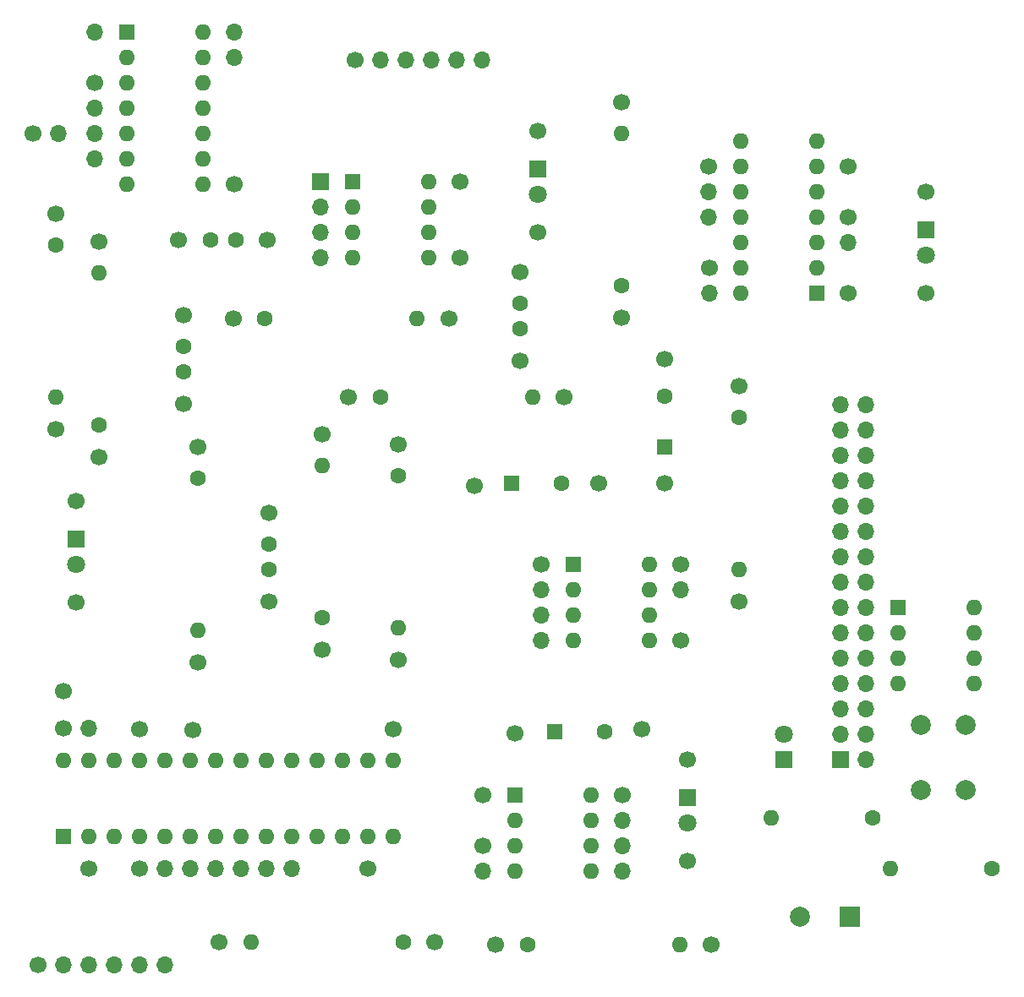
<source format=gbr>
%TF.GenerationSoftware,KiCad,Pcbnew,(6.0.5)*%
%TF.CreationDate,2022-06-23T14:56:39+02:00*%
%TF.ProjectId,advanced,61647661-6e63-4656-942e-6b696361645f,rev?*%
%TF.SameCoordinates,Original*%
%TF.FileFunction,Soldermask,Top*%
%TF.FilePolarity,Negative*%
%FSLAX46Y46*%
G04 Gerber Fmt 4.6, Leading zero omitted, Abs format (unit mm)*
G04 Created by KiCad (PCBNEW (6.0.5)) date 2022-06-23 14:56:39*
%MOMM*%
%LPD*%
G01*
G04 APERTURE LIST*
%ADD10R,1.600000X1.600000*%
%ADD11C,1.600000*%
%ADD12C,1.700000*%
%ADD13O,1.700000X1.700000*%
%ADD14O,1.600000X1.600000*%
%ADD15C,2.000000*%
%ADD16R,1.800000X1.800000*%
%ADD17C,1.800000*%
%ADD18R,1.700000X1.700000*%
%ADD19R,2.000000X2.000000*%
G04 APERTURE END LIST*
D10*
%TO.C,C5*%
X217053349Y-126746000D03*
D11*
X222053349Y-126746000D03*
%TD*%
D10*
%TO.C,C6*%
X212735349Y-101854000D03*
D11*
X217735349Y-101854000D03*
%TD*%
D10*
%TO.C,C8*%
X228092000Y-98160651D03*
D11*
X228092000Y-93160651D03*
%TD*%
D12*
%TO.C, *%
X254254000Y-82799000D03*
%TD*%
%TO.C, *%
X223774000Y-85217000D03*
%TD*%
%TO.C, *%
X209931000Y-133096000D03*
%TD*%
%TO.C,REF\u002A\u002A*%
X165379000Y-150089000D03*
D13*
X167919000Y-150089000D03*
X170459000Y-150089000D03*
X172999000Y-150089000D03*
X175539000Y-150089000D03*
X178079000Y-150089000D03*
%TD*%
D12*
%TO.C, *%
X254254000Y-72639000D03*
%TD*%
%TO.C, *%
X201422000Y-119507000D03*
%TD*%
D11*
%TO.C,R1*%
X167132000Y-77978000D03*
D14*
X167132000Y-93218000D03*
%TD*%
D12*
%TO.C, *%
X232791000Y-148082000D03*
%TD*%
%TO.C, *%
X246507000Y-82804000D03*
%TD*%
%TO.C,REF\u002A\u002A*%
X197104000Y-59436000D03*
D13*
X199644000Y-59436000D03*
X202184000Y-59436000D03*
X204724000Y-59436000D03*
X207264000Y-59436000D03*
X209804000Y-59436000D03*
%TD*%
D12*
%TO.C, *%
X213614000Y-89555000D03*
%TD*%
%TO.C,REF\u002A\u002A*%
X175514000Y-140415500D03*
D13*
X178054000Y-140415500D03*
X180594000Y-140415500D03*
X183134000Y-140415500D03*
X185674000Y-140415500D03*
X188214000Y-140415500D03*
X190754000Y-140415500D03*
%TD*%
D10*
%TO.C,U3*%
X196860000Y-71638000D03*
D14*
X196860000Y-74178000D03*
X196860000Y-76718000D03*
X196860000Y-79258000D03*
X204480000Y-79258000D03*
X204480000Y-76718000D03*
X204480000Y-74178000D03*
X204480000Y-71638000D03*
%TD*%
D11*
%TO.C,R9*%
X201422000Y-101092000D03*
D14*
X201422000Y-116332000D03*
%TD*%
D12*
%TO.C,REF\u002A\u002A*%
X232537000Y-70104000D03*
D13*
X232537000Y-72644000D03*
X232537000Y-75184000D03*
%TD*%
D12*
%TO.C, *%
X207645000Y-71628000D03*
%TD*%
%TO.C, *%
X235585000Y-113665000D03*
%TD*%
%TO.C, *%
X171450000Y-99187000D03*
%TD*%
%TO.C, *%
X230378000Y-129540000D03*
%TD*%
%TO.C,REF\u002A\u002A*%
X209931000Y-138176000D03*
D13*
X209931000Y-140716000D03*
%TD*%
D15*
%TO.C,RESET*%
X258282000Y-126036000D03*
X258282000Y-132536000D03*
X253782000Y-126036000D03*
X253782000Y-132536000D03*
%TD*%
D12*
%TO.C, *%
X229743000Y-117602000D03*
%TD*%
D16*
%TO.C,LED*%
X240030000Y-129545000D03*
D17*
X240030000Y-127005000D03*
%TD*%
D12*
%TO.C,REF\u002A\u002A*%
X215773000Y-109982000D03*
D13*
X215773000Y-112522000D03*
X215773000Y-115062000D03*
X215773000Y-117602000D03*
%TD*%
D12*
%TO.C, *%
X230378000Y-139700000D03*
%TD*%
%TO.C, *%
X198374000Y-140415500D03*
%TD*%
D10*
%TO.C,U5*%
X243322000Y-82809000D03*
D14*
X243322000Y-80269000D03*
X243322000Y-77729000D03*
X243322000Y-75189000D03*
X243322000Y-72649000D03*
X243322000Y-70109000D03*
X243322000Y-67569000D03*
X235702000Y-67569000D03*
X235702000Y-70109000D03*
X235702000Y-72649000D03*
X235702000Y-75189000D03*
X235702000Y-77729000D03*
X235702000Y-80269000D03*
X235702000Y-82809000D03*
%TD*%
D11*
%TO.C,R3*%
X201930000Y-147828000D03*
D14*
X186690000Y-147828000D03*
%TD*%
D12*
%TO.C, *%
X185039000Y-71882000D03*
%TD*%
%TO.C, *%
X200914000Y-126445500D03*
%TD*%
D11*
%TO.C,R7*%
X199644000Y-93218000D03*
D14*
X214884000Y-93218000D03*
%TD*%
D18*
%TO.C,REF\u002A\u002A*%
X193675000Y-71628000D03*
D13*
X193675000Y-74168000D03*
X193675000Y-76708000D03*
X193675000Y-79248000D03*
%TD*%
D12*
%TO.C, *%
X228092000Y-101854000D03*
%TD*%
D10*
%TO.C,U2*%
X167904000Y-137230500D03*
D14*
X170444000Y-137230500D03*
X172984000Y-137230500D03*
X175524000Y-137230500D03*
X178064000Y-137230500D03*
X180604000Y-137230500D03*
X183144000Y-137230500D03*
X185684000Y-137230500D03*
X188224000Y-137230500D03*
X190764000Y-137230500D03*
X193304000Y-137230500D03*
X195844000Y-137230500D03*
X198384000Y-137230500D03*
X200924000Y-137230500D03*
X200924000Y-129610500D03*
X198384000Y-129610500D03*
X195844000Y-129610500D03*
X193304000Y-129610500D03*
X190764000Y-129610500D03*
X188224000Y-129610500D03*
X185684000Y-129610500D03*
X183144000Y-129610500D03*
X180604000Y-129610500D03*
X178064000Y-129610500D03*
X175524000Y-129610500D03*
X172984000Y-129610500D03*
X170444000Y-129610500D03*
X167904000Y-129610500D03*
%TD*%
D12*
%TO.C, *%
X167132000Y-74803000D03*
%TD*%
D16*
%TO.C,D3*%
X230378000Y-133350000D03*
D17*
X230378000Y-135890000D03*
%TD*%
D12*
%TO.C, *%
X184912000Y-85344000D03*
%TD*%
%TO.C, *%
X201422000Y-97917000D03*
%TD*%
%TO.C, *%
X218059000Y-93218000D03*
%TD*%
%TO.C,REF\u002A\u002A*%
X232562000Y-80284000D03*
D13*
X232562000Y-82824000D03*
%TD*%
D12*
%TO.C, *%
X221488000Y-101854000D03*
%TD*%
%TO.C, *%
X175514000Y-126445500D03*
%TD*%
D13*
%TO.C,REF\u002A\u002A*%
X171069000Y-64262000D03*
X171069000Y-66802000D03*
X171069000Y-69342000D03*
D12*
X171069000Y-61722000D03*
%TD*%
%TO.C, *%
X179959000Y-84963000D03*
%TD*%
%TO.C, *%
X188341000Y-77470000D03*
%TD*%
%TO.C, *%
X207645000Y-79248000D03*
%TD*%
D11*
%TO.C,R4*%
X193802000Y-115316000D03*
D14*
X193802000Y-100076000D03*
%TD*%
D12*
%TO.C, *%
X171450000Y-77597000D03*
%TD*%
%TO.C,REF\u002A\u002A*%
X223901000Y-133096000D03*
D13*
X223901000Y-135636000D03*
X223901000Y-138176000D03*
X223901000Y-140716000D03*
%TD*%
D11*
%TO.C,C1*%
X179959000Y-88138000D03*
X179959000Y-90638000D03*
%TD*%
D12*
%TO.C, *%
X167132000Y-96393000D03*
%TD*%
D11*
%TO.C,C2*%
X188468000Y-107970000D03*
X188468000Y-110470000D03*
%TD*%
%TO.C,C4*%
X213614000Y-83840000D03*
X213614000Y-86340000D03*
%TD*%
D12*
%TO.C, *%
X246507000Y-70104000D03*
%TD*%
%TO.C, *%
X215392000Y-76708000D03*
%TD*%
%TO.C, *%
X225806000Y-126492000D03*
%TD*%
%TO.C, *%
X228092000Y-89408000D03*
%TD*%
%TO.C, *%
X193802000Y-96901000D03*
%TD*%
%TO.C, *%
X211201000Y-148082000D03*
%TD*%
%TO.C, *%
X223774000Y-63627000D03*
%TD*%
D11*
%TO.C,R (LED)*%
X248920000Y-135382000D03*
D14*
X238760000Y-135382000D03*
%TD*%
D12*
%TO.C, *%
X193802000Y-118491000D03*
%TD*%
%TO.C, *%
X188468000Y-104795000D03*
%TD*%
%TO.C, *%
X206502000Y-85344000D03*
%TD*%
D16*
%TO.C,D4*%
X254254000Y-76449000D03*
D17*
X254254000Y-78989000D03*
%TD*%
D12*
%TO.C, *%
X213106000Y-126861500D03*
%TD*%
%TO.C, *%
X196469000Y-93218000D03*
%TD*%
D10*
%TO.C,REF\u002A\u002A*%
X251470000Y-114300000D03*
D14*
X251470000Y-116840000D03*
X251470000Y-119380000D03*
X251470000Y-121920000D03*
X259090000Y-121920000D03*
X259090000Y-119380000D03*
X259090000Y-116840000D03*
X259090000Y-114300000D03*
%TD*%
D16*
%TO.C,D2*%
X215392000Y-70358000D03*
D17*
X215392000Y-72898000D03*
%TD*%
D11*
%TO.C,R11*%
X235585000Y-95250000D03*
D14*
X235585000Y-110490000D03*
%TD*%
D12*
%TO.C, *%
X170434000Y-140415500D03*
%TD*%
%TO.C,REF\u002A\u002A*%
X167914000Y-126420500D03*
D13*
X170454000Y-126420500D03*
%TD*%
D12*
%TO.C, *%
X205105000Y-147828000D03*
%TD*%
D10*
%TO.C,U6*%
X218958000Y-109992000D03*
D14*
X218958000Y-112532000D03*
X218958000Y-115072000D03*
X218958000Y-117612000D03*
X226578000Y-117612000D03*
X226578000Y-115072000D03*
X226578000Y-112532000D03*
X226578000Y-109992000D03*
%TD*%
D12*
%TO.C, *%
X183515000Y-147828000D03*
%TD*%
D11*
%TO.C,C3*%
X185146000Y-77470000D03*
X182646000Y-77470000D03*
%TD*%
D12*
%TO.C, *%
X188468000Y-113685000D03*
%TD*%
D13*
%TO.C,REF\u002A\u002A*%
X185039000Y-56642000D03*
X185039000Y-59182000D03*
%TD*%
D12*
%TO.C, *%
X169164000Y-103627000D03*
%TD*%
%TO.C, *%
X167894000Y-122635500D03*
%TD*%
%TO.C, *%
X235585000Y-92075000D03*
%TD*%
%TO.C,REF\u002A\u002A*%
X229743000Y-109982000D03*
D13*
X229743000Y-112522000D03*
%TD*%
D12*
%TO.C, *%
X179959000Y-93853000D03*
%TD*%
%TO.C, *%
X181356000Y-98171000D03*
%TD*%
%TO.C, *%
X209042000Y-102108000D03*
%TD*%
D11*
%TO.C,R2*%
X171450000Y-96012000D03*
D14*
X171450000Y-80772000D03*
%TD*%
D12*
%TO.C,REF\u002A\u002A*%
X164846000Y-66777000D03*
D13*
X167386000Y-66777000D03*
%TD*%
D12*
%TO.C, *%
X179451000Y-77470000D03*
%TD*%
D11*
%TO.C,R6*%
X181356000Y-101346000D03*
D14*
X181356000Y-116586000D03*
%TD*%
D19*
%TO.C,PIEZO*%
X246634000Y-145288000D03*
D15*
X241634000Y-145288000D03*
%TD*%
D12*
%TO.C, *%
X180848000Y-126572500D03*
%TD*%
D11*
%TO.C,R5*%
X188087000Y-85344000D03*
D14*
X203327000Y-85344000D03*
%TD*%
D10*
%TO.C,U4*%
X213116000Y-133106000D03*
D14*
X213116000Y-135646000D03*
X213116000Y-138186000D03*
X213116000Y-140726000D03*
X220736000Y-140726000D03*
X220736000Y-138186000D03*
X220736000Y-135646000D03*
X220736000Y-133106000D03*
%TD*%
D12*
%TO.C, *%
X215392000Y-66548000D03*
%TD*%
D11*
%TO.C,R (PIEZO)*%
X260858000Y-140462000D03*
D14*
X250698000Y-140462000D03*
%TD*%
D16*
%TO.C,D1*%
X169164000Y-107437000D03*
D17*
X169164000Y-109977000D03*
%TD*%
D11*
%TO.C,R10*%
X223774000Y-82042000D03*
D14*
X223774000Y-66802000D03*
%TD*%
D12*
%TO.C, *%
X169164000Y-113787000D03*
%TD*%
%TO.C,REF\u002A\u002A*%
X246507000Y-75204000D03*
D13*
X246507000Y-77744000D03*
%TD*%
D12*
%TO.C, *%
X213614000Y-80665000D03*
%TD*%
D11*
%TO.C,R8*%
X214376000Y-148082000D03*
D14*
X229616000Y-148082000D03*
%TD*%
D12*
%TO.C, *%
X181356000Y-119761000D03*
%TD*%
D10*
%TO.C,U1*%
X174254000Y-56637000D03*
D14*
X174254000Y-59177000D03*
X174254000Y-61717000D03*
X174254000Y-64257000D03*
X174254000Y-66797000D03*
X174254000Y-69337000D03*
X174254000Y-71877000D03*
X181874000Y-71877000D03*
X181874000Y-69337000D03*
X181874000Y-66797000D03*
X181874000Y-64257000D03*
X181874000Y-61717000D03*
X181874000Y-59177000D03*
X181874000Y-56637000D03*
%TD*%
D13*
%TO.C, *%
X171069000Y-56642000D03*
%TD*%
D18*
%TO.C,REF\u002A\u002A*%
X245740000Y-129540000D03*
D13*
X248280000Y-129540000D03*
X245740000Y-127000000D03*
X248280000Y-127000000D03*
X245740000Y-124460000D03*
X248280000Y-124460000D03*
X245740000Y-121920000D03*
X248280000Y-121920000D03*
X245740000Y-119380000D03*
X248280000Y-119380000D03*
X245740000Y-116840000D03*
X248280000Y-116840000D03*
X245740000Y-114300000D03*
X248280000Y-114300000D03*
X245740000Y-111760000D03*
X248280000Y-111760000D03*
X245740000Y-109220000D03*
X248280000Y-109220000D03*
X245740000Y-106680000D03*
X248280000Y-106680000D03*
X245740000Y-104140000D03*
X248280000Y-104140000D03*
X245740000Y-101600000D03*
X248280000Y-101600000D03*
X245740000Y-99060000D03*
X248280000Y-99060000D03*
X245740000Y-96520000D03*
X248280000Y-96520000D03*
X245740000Y-93980000D03*
X248280000Y-93980000D03*
%TD*%
M02*

</source>
